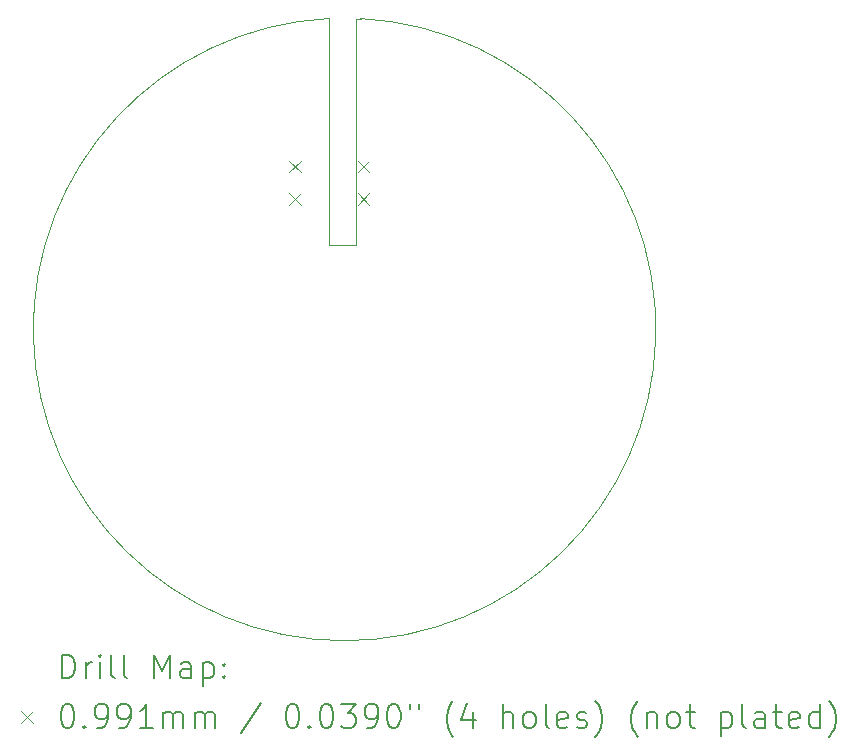
<source format=gbr>
%TF.GenerationSoftware,KiCad,Pcbnew,7.0.1-3b83917a11~172~ubuntu20.04.1*%
%TF.CreationDate,2023-03-21T14:03:12+01:00*%
%TF.ProjectId,220AC-mini-C3-board,32323041-432d-46d6-996e-692d43332d62,rev?*%
%TF.SameCoordinates,Original*%
%TF.FileFunction,Drillmap*%
%TF.FilePolarity,Positive*%
%FSLAX45Y45*%
G04 Gerber Fmt 4.5, Leading zero omitted, Abs format (unit mm)*
G04 Created by KiCad (PCBNEW 7.0.1-3b83917a11~172~ubuntu20.04.1) date 2023-03-21 14:03:12*
%MOMM*%
%LPD*%
G01*
G04 APERTURE LIST*
%ADD10C,0.100000*%
%ADD11C,0.200000*%
%ADD12C,0.099060*%
G04 APERTURE END LIST*
D10*
X13523000Y-7818120D02*
X13523000Y-5902000D01*
X13523000Y-5902000D02*
G75*
G03*
X13788918Y-5902206I130918J-2632206D01*
G01*
X13750000Y-5902206D02*
X13750000Y-7818120D01*
X13750000Y-7818120D02*
X13523000Y-7818120D01*
X13788918Y-5902206D02*
X13750000Y-5902206D01*
D11*
D12*
X13185470Y-7105310D02*
X13284530Y-7204370D01*
X13284530Y-7105310D02*
X13185470Y-7204370D01*
X13185470Y-7379630D02*
X13284530Y-7478690D01*
X13284530Y-7379630D02*
X13185470Y-7478690D01*
X13765470Y-7105310D02*
X13864530Y-7204370D01*
X13864530Y-7105310D02*
X13765470Y-7204370D01*
X13765470Y-7379630D02*
X13864530Y-7478690D01*
X13864530Y-7379630D02*
X13765470Y-7478690D01*
D11*
X11261077Y-11487190D02*
X11261077Y-11287190D01*
X11261077Y-11287190D02*
X11308696Y-11287190D01*
X11308696Y-11287190D02*
X11337268Y-11296714D01*
X11337268Y-11296714D02*
X11356315Y-11315761D01*
X11356315Y-11315761D02*
X11365839Y-11334809D01*
X11365839Y-11334809D02*
X11375363Y-11372904D01*
X11375363Y-11372904D02*
X11375363Y-11401476D01*
X11375363Y-11401476D02*
X11365839Y-11439571D01*
X11365839Y-11439571D02*
X11356315Y-11458618D01*
X11356315Y-11458618D02*
X11337268Y-11477666D01*
X11337268Y-11477666D02*
X11308696Y-11487190D01*
X11308696Y-11487190D02*
X11261077Y-11487190D01*
X11461077Y-11487190D02*
X11461077Y-11353856D01*
X11461077Y-11391952D02*
X11470601Y-11372904D01*
X11470601Y-11372904D02*
X11480125Y-11363380D01*
X11480125Y-11363380D02*
X11499172Y-11353856D01*
X11499172Y-11353856D02*
X11518220Y-11353856D01*
X11584887Y-11487190D02*
X11584887Y-11353856D01*
X11584887Y-11287190D02*
X11575363Y-11296714D01*
X11575363Y-11296714D02*
X11584887Y-11306237D01*
X11584887Y-11306237D02*
X11594410Y-11296714D01*
X11594410Y-11296714D02*
X11584887Y-11287190D01*
X11584887Y-11287190D02*
X11584887Y-11306237D01*
X11708696Y-11487190D02*
X11689648Y-11477666D01*
X11689648Y-11477666D02*
X11680125Y-11458618D01*
X11680125Y-11458618D02*
X11680125Y-11287190D01*
X11813458Y-11487190D02*
X11794410Y-11477666D01*
X11794410Y-11477666D02*
X11784887Y-11458618D01*
X11784887Y-11458618D02*
X11784887Y-11287190D01*
X12042029Y-11487190D02*
X12042029Y-11287190D01*
X12042029Y-11287190D02*
X12108696Y-11430047D01*
X12108696Y-11430047D02*
X12175363Y-11287190D01*
X12175363Y-11287190D02*
X12175363Y-11487190D01*
X12356315Y-11487190D02*
X12356315Y-11382428D01*
X12356315Y-11382428D02*
X12346791Y-11363380D01*
X12346791Y-11363380D02*
X12327744Y-11353856D01*
X12327744Y-11353856D02*
X12289648Y-11353856D01*
X12289648Y-11353856D02*
X12270601Y-11363380D01*
X12356315Y-11477666D02*
X12337268Y-11487190D01*
X12337268Y-11487190D02*
X12289648Y-11487190D01*
X12289648Y-11487190D02*
X12270601Y-11477666D01*
X12270601Y-11477666D02*
X12261077Y-11458618D01*
X12261077Y-11458618D02*
X12261077Y-11439571D01*
X12261077Y-11439571D02*
X12270601Y-11420523D01*
X12270601Y-11420523D02*
X12289648Y-11410999D01*
X12289648Y-11410999D02*
X12337268Y-11410999D01*
X12337268Y-11410999D02*
X12356315Y-11401476D01*
X12451553Y-11353856D02*
X12451553Y-11553856D01*
X12451553Y-11363380D02*
X12470601Y-11353856D01*
X12470601Y-11353856D02*
X12508696Y-11353856D01*
X12508696Y-11353856D02*
X12527744Y-11363380D01*
X12527744Y-11363380D02*
X12537268Y-11372904D01*
X12537268Y-11372904D02*
X12546791Y-11391952D01*
X12546791Y-11391952D02*
X12546791Y-11449095D01*
X12546791Y-11449095D02*
X12537268Y-11468142D01*
X12537268Y-11468142D02*
X12527744Y-11477666D01*
X12527744Y-11477666D02*
X12508696Y-11487190D01*
X12508696Y-11487190D02*
X12470601Y-11487190D01*
X12470601Y-11487190D02*
X12451553Y-11477666D01*
X12632506Y-11468142D02*
X12642029Y-11477666D01*
X12642029Y-11477666D02*
X12632506Y-11487190D01*
X12632506Y-11487190D02*
X12622982Y-11477666D01*
X12622982Y-11477666D02*
X12632506Y-11468142D01*
X12632506Y-11468142D02*
X12632506Y-11487190D01*
X12632506Y-11363380D02*
X12642029Y-11372904D01*
X12642029Y-11372904D02*
X12632506Y-11382428D01*
X12632506Y-11382428D02*
X12622982Y-11372904D01*
X12622982Y-11372904D02*
X12632506Y-11363380D01*
X12632506Y-11363380D02*
X12632506Y-11382428D01*
D12*
X10914398Y-11765136D02*
X11013458Y-11864196D01*
X11013458Y-11765136D02*
X10914398Y-11864196D01*
D11*
X11299172Y-11707190D02*
X11318220Y-11707190D01*
X11318220Y-11707190D02*
X11337268Y-11716714D01*
X11337268Y-11716714D02*
X11346791Y-11726237D01*
X11346791Y-11726237D02*
X11356315Y-11745285D01*
X11356315Y-11745285D02*
X11365839Y-11783380D01*
X11365839Y-11783380D02*
X11365839Y-11830999D01*
X11365839Y-11830999D02*
X11356315Y-11869095D01*
X11356315Y-11869095D02*
X11346791Y-11888142D01*
X11346791Y-11888142D02*
X11337268Y-11897666D01*
X11337268Y-11897666D02*
X11318220Y-11907190D01*
X11318220Y-11907190D02*
X11299172Y-11907190D01*
X11299172Y-11907190D02*
X11280125Y-11897666D01*
X11280125Y-11897666D02*
X11270601Y-11888142D01*
X11270601Y-11888142D02*
X11261077Y-11869095D01*
X11261077Y-11869095D02*
X11251553Y-11830999D01*
X11251553Y-11830999D02*
X11251553Y-11783380D01*
X11251553Y-11783380D02*
X11261077Y-11745285D01*
X11261077Y-11745285D02*
X11270601Y-11726237D01*
X11270601Y-11726237D02*
X11280125Y-11716714D01*
X11280125Y-11716714D02*
X11299172Y-11707190D01*
X11451553Y-11888142D02*
X11461077Y-11897666D01*
X11461077Y-11897666D02*
X11451553Y-11907190D01*
X11451553Y-11907190D02*
X11442029Y-11897666D01*
X11442029Y-11897666D02*
X11451553Y-11888142D01*
X11451553Y-11888142D02*
X11451553Y-11907190D01*
X11556315Y-11907190D02*
X11594410Y-11907190D01*
X11594410Y-11907190D02*
X11613458Y-11897666D01*
X11613458Y-11897666D02*
X11622982Y-11888142D01*
X11622982Y-11888142D02*
X11642029Y-11859571D01*
X11642029Y-11859571D02*
X11651553Y-11821476D01*
X11651553Y-11821476D02*
X11651553Y-11745285D01*
X11651553Y-11745285D02*
X11642029Y-11726237D01*
X11642029Y-11726237D02*
X11632506Y-11716714D01*
X11632506Y-11716714D02*
X11613458Y-11707190D01*
X11613458Y-11707190D02*
X11575363Y-11707190D01*
X11575363Y-11707190D02*
X11556315Y-11716714D01*
X11556315Y-11716714D02*
X11546791Y-11726237D01*
X11546791Y-11726237D02*
X11537268Y-11745285D01*
X11537268Y-11745285D02*
X11537268Y-11792904D01*
X11537268Y-11792904D02*
X11546791Y-11811952D01*
X11546791Y-11811952D02*
X11556315Y-11821476D01*
X11556315Y-11821476D02*
X11575363Y-11830999D01*
X11575363Y-11830999D02*
X11613458Y-11830999D01*
X11613458Y-11830999D02*
X11632506Y-11821476D01*
X11632506Y-11821476D02*
X11642029Y-11811952D01*
X11642029Y-11811952D02*
X11651553Y-11792904D01*
X11746791Y-11907190D02*
X11784887Y-11907190D01*
X11784887Y-11907190D02*
X11803934Y-11897666D01*
X11803934Y-11897666D02*
X11813458Y-11888142D01*
X11813458Y-11888142D02*
X11832506Y-11859571D01*
X11832506Y-11859571D02*
X11842029Y-11821476D01*
X11842029Y-11821476D02*
X11842029Y-11745285D01*
X11842029Y-11745285D02*
X11832506Y-11726237D01*
X11832506Y-11726237D02*
X11822982Y-11716714D01*
X11822982Y-11716714D02*
X11803934Y-11707190D01*
X11803934Y-11707190D02*
X11765839Y-11707190D01*
X11765839Y-11707190D02*
X11746791Y-11716714D01*
X11746791Y-11716714D02*
X11737268Y-11726237D01*
X11737268Y-11726237D02*
X11727744Y-11745285D01*
X11727744Y-11745285D02*
X11727744Y-11792904D01*
X11727744Y-11792904D02*
X11737268Y-11811952D01*
X11737268Y-11811952D02*
X11746791Y-11821476D01*
X11746791Y-11821476D02*
X11765839Y-11830999D01*
X11765839Y-11830999D02*
X11803934Y-11830999D01*
X11803934Y-11830999D02*
X11822982Y-11821476D01*
X11822982Y-11821476D02*
X11832506Y-11811952D01*
X11832506Y-11811952D02*
X11842029Y-11792904D01*
X12032506Y-11907190D02*
X11918220Y-11907190D01*
X11975363Y-11907190D02*
X11975363Y-11707190D01*
X11975363Y-11707190D02*
X11956315Y-11735761D01*
X11956315Y-11735761D02*
X11937268Y-11754809D01*
X11937268Y-11754809D02*
X11918220Y-11764333D01*
X12118220Y-11907190D02*
X12118220Y-11773856D01*
X12118220Y-11792904D02*
X12127744Y-11783380D01*
X12127744Y-11783380D02*
X12146791Y-11773856D01*
X12146791Y-11773856D02*
X12175363Y-11773856D01*
X12175363Y-11773856D02*
X12194410Y-11783380D01*
X12194410Y-11783380D02*
X12203934Y-11802428D01*
X12203934Y-11802428D02*
X12203934Y-11907190D01*
X12203934Y-11802428D02*
X12213458Y-11783380D01*
X12213458Y-11783380D02*
X12232506Y-11773856D01*
X12232506Y-11773856D02*
X12261077Y-11773856D01*
X12261077Y-11773856D02*
X12280125Y-11783380D01*
X12280125Y-11783380D02*
X12289649Y-11802428D01*
X12289649Y-11802428D02*
X12289649Y-11907190D01*
X12384887Y-11907190D02*
X12384887Y-11773856D01*
X12384887Y-11792904D02*
X12394410Y-11783380D01*
X12394410Y-11783380D02*
X12413458Y-11773856D01*
X12413458Y-11773856D02*
X12442030Y-11773856D01*
X12442030Y-11773856D02*
X12461077Y-11783380D01*
X12461077Y-11783380D02*
X12470601Y-11802428D01*
X12470601Y-11802428D02*
X12470601Y-11907190D01*
X12470601Y-11802428D02*
X12480125Y-11783380D01*
X12480125Y-11783380D02*
X12499172Y-11773856D01*
X12499172Y-11773856D02*
X12527744Y-11773856D01*
X12527744Y-11773856D02*
X12546791Y-11783380D01*
X12546791Y-11783380D02*
X12556315Y-11802428D01*
X12556315Y-11802428D02*
X12556315Y-11907190D01*
X12946791Y-11697666D02*
X12775363Y-11954809D01*
X13203934Y-11707190D02*
X13222982Y-11707190D01*
X13222982Y-11707190D02*
X13242030Y-11716714D01*
X13242030Y-11716714D02*
X13251553Y-11726237D01*
X13251553Y-11726237D02*
X13261077Y-11745285D01*
X13261077Y-11745285D02*
X13270601Y-11783380D01*
X13270601Y-11783380D02*
X13270601Y-11830999D01*
X13270601Y-11830999D02*
X13261077Y-11869095D01*
X13261077Y-11869095D02*
X13251553Y-11888142D01*
X13251553Y-11888142D02*
X13242030Y-11897666D01*
X13242030Y-11897666D02*
X13222982Y-11907190D01*
X13222982Y-11907190D02*
X13203934Y-11907190D01*
X13203934Y-11907190D02*
X13184887Y-11897666D01*
X13184887Y-11897666D02*
X13175363Y-11888142D01*
X13175363Y-11888142D02*
X13165839Y-11869095D01*
X13165839Y-11869095D02*
X13156315Y-11830999D01*
X13156315Y-11830999D02*
X13156315Y-11783380D01*
X13156315Y-11783380D02*
X13165839Y-11745285D01*
X13165839Y-11745285D02*
X13175363Y-11726237D01*
X13175363Y-11726237D02*
X13184887Y-11716714D01*
X13184887Y-11716714D02*
X13203934Y-11707190D01*
X13356315Y-11888142D02*
X13365839Y-11897666D01*
X13365839Y-11897666D02*
X13356315Y-11907190D01*
X13356315Y-11907190D02*
X13346792Y-11897666D01*
X13346792Y-11897666D02*
X13356315Y-11888142D01*
X13356315Y-11888142D02*
X13356315Y-11907190D01*
X13489649Y-11707190D02*
X13508696Y-11707190D01*
X13508696Y-11707190D02*
X13527744Y-11716714D01*
X13527744Y-11716714D02*
X13537268Y-11726237D01*
X13537268Y-11726237D02*
X13546792Y-11745285D01*
X13546792Y-11745285D02*
X13556315Y-11783380D01*
X13556315Y-11783380D02*
X13556315Y-11830999D01*
X13556315Y-11830999D02*
X13546792Y-11869095D01*
X13546792Y-11869095D02*
X13537268Y-11888142D01*
X13537268Y-11888142D02*
X13527744Y-11897666D01*
X13527744Y-11897666D02*
X13508696Y-11907190D01*
X13508696Y-11907190D02*
X13489649Y-11907190D01*
X13489649Y-11907190D02*
X13470601Y-11897666D01*
X13470601Y-11897666D02*
X13461077Y-11888142D01*
X13461077Y-11888142D02*
X13451553Y-11869095D01*
X13451553Y-11869095D02*
X13442030Y-11830999D01*
X13442030Y-11830999D02*
X13442030Y-11783380D01*
X13442030Y-11783380D02*
X13451553Y-11745285D01*
X13451553Y-11745285D02*
X13461077Y-11726237D01*
X13461077Y-11726237D02*
X13470601Y-11716714D01*
X13470601Y-11716714D02*
X13489649Y-11707190D01*
X13622982Y-11707190D02*
X13746792Y-11707190D01*
X13746792Y-11707190D02*
X13680125Y-11783380D01*
X13680125Y-11783380D02*
X13708696Y-11783380D01*
X13708696Y-11783380D02*
X13727744Y-11792904D01*
X13727744Y-11792904D02*
X13737268Y-11802428D01*
X13737268Y-11802428D02*
X13746792Y-11821476D01*
X13746792Y-11821476D02*
X13746792Y-11869095D01*
X13746792Y-11869095D02*
X13737268Y-11888142D01*
X13737268Y-11888142D02*
X13727744Y-11897666D01*
X13727744Y-11897666D02*
X13708696Y-11907190D01*
X13708696Y-11907190D02*
X13651553Y-11907190D01*
X13651553Y-11907190D02*
X13632506Y-11897666D01*
X13632506Y-11897666D02*
X13622982Y-11888142D01*
X13842030Y-11907190D02*
X13880125Y-11907190D01*
X13880125Y-11907190D02*
X13899173Y-11897666D01*
X13899173Y-11897666D02*
X13908696Y-11888142D01*
X13908696Y-11888142D02*
X13927744Y-11859571D01*
X13927744Y-11859571D02*
X13937268Y-11821476D01*
X13937268Y-11821476D02*
X13937268Y-11745285D01*
X13937268Y-11745285D02*
X13927744Y-11726237D01*
X13927744Y-11726237D02*
X13918220Y-11716714D01*
X13918220Y-11716714D02*
X13899173Y-11707190D01*
X13899173Y-11707190D02*
X13861077Y-11707190D01*
X13861077Y-11707190D02*
X13842030Y-11716714D01*
X13842030Y-11716714D02*
X13832506Y-11726237D01*
X13832506Y-11726237D02*
X13822982Y-11745285D01*
X13822982Y-11745285D02*
X13822982Y-11792904D01*
X13822982Y-11792904D02*
X13832506Y-11811952D01*
X13832506Y-11811952D02*
X13842030Y-11821476D01*
X13842030Y-11821476D02*
X13861077Y-11830999D01*
X13861077Y-11830999D02*
X13899173Y-11830999D01*
X13899173Y-11830999D02*
X13918220Y-11821476D01*
X13918220Y-11821476D02*
X13927744Y-11811952D01*
X13927744Y-11811952D02*
X13937268Y-11792904D01*
X14061077Y-11707190D02*
X14080125Y-11707190D01*
X14080125Y-11707190D02*
X14099173Y-11716714D01*
X14099173Y-11716714D02*
X14108696Y-11726237D01*
X14108696Y-11726237D02*
X14118220Y-11745285D01*
X14118220Y-11745285D02*
X14127744Y-11783380D01*
X14127744Y-11783380D02*
X14127744Y-11830999D01*
X14127744Y-11830999D02*
X14118220Y-11869095D01*
X14118220Y-11869095D02*
X14108696Y-11888142D01*
X14108696Y-11888142D02*
X14099173Y-11897666D01*
X14099173Y-11897666D02*
X14080125Y-11907190D01*
X14080125Y-11907190D02*
X14061077Y-11907190D01*
X14061077Y-11907190D02*
X14042030Y-11897666D01*
X14042030Y-11897666D02*
X14032506Y-11888142D01*
X14032506Y-11888142D02*
X14022982Y-11869095D01*
X14022982Y-11869095D02*
X14013458Y-11830999D01*
X14013458Y-11830999D02*
X14013458Y-11783380D01*
X14013458Y-11783380D02*
X14022982Y-11745285D01*
X14022982Y-11745285D02*
X14032506Y-11726237D01*
X14032506Y-11726237D02*
X14042030Y-11716714D01*
X14042030Y-11716714D02*
X14061077Y-11707190D01*
X14203934Y-11707190D02*
X14203934Y-11745285D01*
X14280125Y-11707190D02*
X14280125Y-11745285D01*
X14575363Y-11983380D02*
X14565839Y-11973856D01*
X14565839Y-11973856D02*
X14546792Y-11945285D01*
X14546792Y-11945285D02*
X14537268Y-11926237D01*
X14537268Y-11926237D02*
X14527744Y-11897666D01*
X14527744Y-11897666D02*
X14518220Y-11850047D01*
X14518220Y-11850047D02*
X14518220Y-11811952D01*
X14518220Y-11811952D02*
X14527744Y-11764333D01*
X14527744Y-11764333D02*
X14537268Y-11735761D01*
X14537268Y-11735761D02*
X14546792Y-11716714D01*
X14546792Y-11716714D02*
X14565839Y-11688142D01*
X14565839Y-11688142D02*
X14575363Y-11678618D01*
X14737268Y-11773856D02*
X14737268Y-11907190D01*
X14689649Y-11697666D02*
X14642030Y-11840523D01*
X14642030Y-11840523D02*
X14765839Y-11840523D01*
X14994411Y-11907190D02*
X14994411Y-11707190D01*
X15080125Y-11907190D02*
X15080125Y-11802428D01*
X15080125Y-11802428D02*
X15070601Y-11783380D01*
X15070601Y-11783380D02*
X15051554Y-11773856D01*
X15051554Y-11773856D02*
X15022982Y-11773856D01*
X15022982Y-11773856D02*
X15003935Y-11783380D01*
X15003935Y-11783380D02*
X14994411Y-11792904D01*
X15203935Y-11907190D02*
X15184887Y-11897666D01*
X15184887Y-11897666D02*
X15175363Y-11888142D01*
X15175363Y-11888142D02*
X15165839Y-11869095D01*
X15165839Y-11869095D02*
X15165839Y-11811952D01*
X15165839Y-11811952D02*
X15175363Y-11792904D01*
X15175363Y-11792904D02*
X15184887Y-11783380D01*
X15184887Y-11783380D02*
X15203935Y-11773856D01*
X15203935Y-11773856D02*
X15232506Y-11773856D01*
X15232506Y-11773856D02*
X15251554Y-11783380D01*
X15251554Y-11783380D02*
X15261077Y-11792904D01*
X15261077Y-11792904D02*
X15270601Y-11811952D01*
X15270601Y-11811952D02*
X15270601Y-11869095D01*
X15270601Y-11869095D02*
X15261077Y-11888142D01*
X15261077Y-11888142D02*
X15251554Y-11897666D01*
X15251554Y-11897666D02*
X15232506Y-11907190D01*
X15232506Y-11907190D02*
X15203935Y-11907190D01*
X15384887Y-11907190D02*
X15365839Y-11897666D01*
X15365839Y-11897666D02*
X15356316Y-11878618D01*
X15356316Y-11878618D02*
X15356316Y-11707190D01*
X15537268Y-11897666D02*
X15518220Y-11907190D01*
X15518220Y-11907190D02*
X15480125Y-11907190D01*
X15480125Y-11907190D02*
X15461077Y-11897666D01*
X15461077Y-11897666D02*
X15451554Y-11878618D01*
X15451554Y-11878618D02*
X15451554Y-11802428D01*
X15451554Y-11802428D02*
X15461077Y-11783380D01*
X15461077Y-11783380D02*
X15480125Y-11773856D01*
X15480125Y-11773856D02*
X15518220Y-11773856D01*
X15518220Y-11773856D02*
X15537268Y-11783380D01*
X15537268Y-11783380D02*
X15546792Y-11802428D01*
X15546792Y-11802428D02*
X15546792Y-11821476D01*
X15546792Y-11821476D02*
X15451554Y-11840523D01*
X15622982Y-11897666D02*
X15642030Y-11907190D01*
X15642030Y-11907190D02*
X15680125Y-11907190D01*
X15680125Y-11907190D02*
X15699173Y-11897666D01*
X15699173Y-11897666D02*
X15708697Y-11878618D01*
X15708697Y-11878618D02*
X15708697Y-11869095D01*
X15708697Y-11869095D02*
X15699173Y-11850047D01*
X15699173Y-11850047D02*
X15680125Y-11840523D01*
X15680125Y-11840523D02*
X15651554Y-11840523D01*
X15651554Y-11840523D02*
X15632506Y-11830999D01*
X15632506Y-11830999D02*
X15622982Y-11811952D01*
X15622982Y-11811952D02*
X15622982Y-11802428D01*
X15622982Y-11802428D02*
X15632506Y-11783380D01*
X15632506Y-11783380D02*
X15651554Y-11773856D01*
X15651554Y-11773856D02*
X15680125Y-11773856D01*
X15680125Y-11773856D02*
X15699173Y-11783380D01*
X15775363Y-11983380D02*
X15784887Y-11973856D01*
X15784887Y-11973856D02*
X15803935Y-11945285D01*
X15803935Y-11945285D02*
X15813458Y-11926237D01*
X15813458Y-11926237D02*
X15822982Y-11897666D01*
X15822982Y-11897666D02*
X15832506Y-11850047D01*
X15832506Y-11850047D02*
X15832506Y-11811952D01*
X15832506Y-11811952D02*
X15822982Y-11764333D01*
X15822982Y-11764333D02*
X15813458Y-11735761D01*
X15813458Y-11735761D02*
X15803935Y-11716714D01*
X15803935Y-11716714D02*
X15784887Y-11688142D01*
X15784887Y-11688142D02*
X15775363Y-11678618D01*
X16137268Y-11983380D02*
X16127744Y-11973856D01*
X16127744Y-11973856D02*
X16108697Y-11945285D01*
X16108697Y-11945285D02*
X16099173Y-11926237D01*
X16099173Y-11926237D02*
X16089649Y-11897666D01*
X16089649Y-11897666D02*
X16080125Y-11850047D01*
X16080125Y-11850047D02*
X16080125Y-11811952D01*
X16080125Y-11811952D02*
X16089649Y-11764333D01*
X16089649Y-11764333D02*
X16099173Y-11735761D01*
X16099173Y-11735761D02*
X16108697Y-11716714D01*
X16108697Y-11716714D02*
X16127744Y-11688142D01*
X16127744Y-11688142D02*
X16137268Y-11678618D01*
X16213458Y-11773856D02*
X16213458Y-11907190D01*
X16213458Y-11792904D02*
X16222982Y-11783380D01*
X16222982Y-11783380D02*
X16242030Y-11773856D01*
X16242030Y-11773856D02*
X16270601Y-11773856D01*
X16270601Y-11773856D02*
X16289649Y-11783380D01*
X16289649Y-11783380D02*
X16299173Y-11802428D01*
X16299173Y-11802428D02*
X16299173Y-11907190D01*
X16422982Y-11907190D02*
X16403935Y-11897666D01*
X16403935Y-11897666D02*
X16394411Y-11888142D01*
X16394411Y-11888142D02*
X16384887Y-11869095D01*
X16384887Y-11869095D02*
X16384887Y-11811952D01*
X16384887Y-11811952D02*
X16394411Y-11792904D01*
X16394411Y-11792904D02*
X16403935Y-11783380D01*
X16403935Y-11783380D02*
X16422982Y-11773856D01*
X16422982Y-11773856D02*
X16451554Y-11773856D01*
X16451554Y-11773856D02*
X16470601Y-11783380D01*
X16470601Y-11783380D02*
X16480125Y-11792904D01*
X16480125Y-11792904D02*
X16489649Y-11811952D01*
X16489649Y-11811952D02*
X16489649Y-11869095D01*
X16489649Y-11869095D02*
X16480125Y-11888142D01*
X16480125Y-11888142D02*
X16470601Y-11897666D01*
X16470601Y-11897666D02*
X16451554Y-11907190D01*
X16451554Y-11907190D02*
X16422982Y-11907190D01*
X16546792Y-11773856D02*
X16622982Y-11773856D01*
X16575363Y-11707190D02*
X16575363Y-11878618D01*
X16575363Y-11878618D02*
X16584887Y-11897666D01*
X16584887Y-11897666D02*
X16603935Y-11907190D01*
X16603935Y-11907190D02*
X16622982Y-11907190D01*
X16842030Y-11773856D02*
X16842030Y-11973856D01*
X16842030Y-11783380D02*
X16861078Y-11773856D01*
X16861078Y-11773856D02*
X16899173Y-11773856D01*
X16899173Y-11773856D02*
X16918221Y-11783380D01*
X16918221Y-11783380D02*
X16927744Y-11792904D01*
X16927744Y-11792904D02*
X16937268Y-11811952D01*
X16937268Y-11811952D02*
X16937268Y-11869095D01*
X16937268Y-11869095D02*
X16927744Y-11888142D01*
X16927744Y-11888142D02*
X16918221Y-11897666D01*
X16918221Y-11897666D02*
X16899173Y-11907190D01*
X16899173Y-11907190D02*
X16861078Y-11907190D01*
X16861078Y-11907190D02*
X16842030Y-11897666D01*
X17051554Y-11907190D02*
X17032506Y-11897666D01*
X17032506Y-11897666D02*
X17022982Y-11878618D01*
X17022982Y-11878618D02*
X17022982Y-11707190D01*
X17213459Y-11907190D02*
X17213459Y-11802428D01*
X17213459Y-11802428D02*
X17203935Y-11783380D01*
X17203935Y-11783380D02*
X17184887Y-11773856D01*
X17184887Y-11773856D02*
X17146792Y-11773856D01*
X17146792Y-11773856D02*
X17127744Y-11783380D01*
X17213459Y-11897666D02*
X17194411Y-11907190D01*
X17194411Y-11907190D02*
X17146792Y-11907190D01*
X17146792Y-11907190D02*
X17127744Y-11897666D01*
X17127744Y-11897666D02*
X17118221Y-11878618D01*
X17118221Y-11878618D02*
X17118221Y-11859571D01*
X17118221Y-11859571D02*
X17127744Y-11840523D01*
X17127744Y-11840523D02*
X17146792Y-11830999D01*
X17146792Y-11830999D02*
X17194411Y-11830999D01*
X17194411Y-11830999D02*
X17213459Y-11821476D01*
X17280125Y-11773856D02*
X17356316Y-11773856D01*
X17308697Y-11707190D02*
X17308697Y-11878618D01*
X17308697Y-11878618D02*
X17318221Y-11897666D01*
X17318221Y-11897666D02*
X17337268Y-11907190D01*
X17337268Y-11907190D02*
X17356316Y-11907190D01*
X17499173Y-11897666D02*
X17480125Y-11907190D01*
X17480125Y-11907190D02*
X17442030Y-11907190D01*
X17442030Y-11907190D02*
X17422982Y-11897666D01*
X17422982Y-11897666D02*
X17413459Y-11878618D01*
X17413459Y-11878618D02*
X17413459Y-11802428D01*
X17413459Y-11802428D02*
X17422982Y-11783380D01*
X17422982Y-11783380D02*
X17442030Y-11773856D01*
X17442030Y-11773856D02*
X17480125Y-11773856D01*
X17480125Y-11773856D02*
X17499173Y-11783380D01*
X17499173Y-11783380D02*
X17508697Y-11802428D01*
X17508697Y-11802428D02*
X17508697Y-11821476D01*
X17508697Y-11821476D02*
X17413459Y-11840523D01*
X17680125Y-11907190D02*
X17680125Y-11707190D01*
X17680125Y-11897666D02*
X17661078Y-11907190D01*
X17661078Y-11907190D02*
X17622982Y-11907190D01*
X17622982Y-11907190D02*
X17603935Y-11897666D01*
X17603935Y-11897666D02*
X17594411Y-11888142D01*
X17594411Y-11888142D02*
X17584887Y-11869095D01*
X17584887Y-11869095D02*
X17584887Y-11811952D01*
X17584887Y-11811952D02*
X17594411Y-11792904D01*
X17594411Y-11792904D02*
X17603935Y-11783380D01*
X17603935Y-11783380D02*
X17622982Y-11773856D01*
X17622982Y-11773856D02*
X17661078Y-11773856D01*
X17661078Y-11773856D02*
X17680125Y-11783380D01*
X17756316Y-11983380D02*
X17765840Y-11973856D01*
X17765840Y-11973856D02*
X17784887Y-11945285D01*
X17784887Y-11945285D02*
X17794411Y-11926237D01*
X17794411Y-11926237D02*
X17803935Y-11897666D01*
X17803935Y-11897666D02*
X17813459Y-11850047D01*
X17813459Y-11850047D02*
X17813459Y-11811952D01*
X17813459Y-11811952D02*
X17803935Y-11764333D01*
X17803935Y-11764333D02*
X17794411Y-11735761D01*
X17794411Y-11735761D02*
X17784887Y-11716714D01*
X17784887Y-11716714D02*
X17765840Y-11688142D01*
X17765840Y-11688142D02*
X17756316Y-11678618D01*
M02*

</source>
